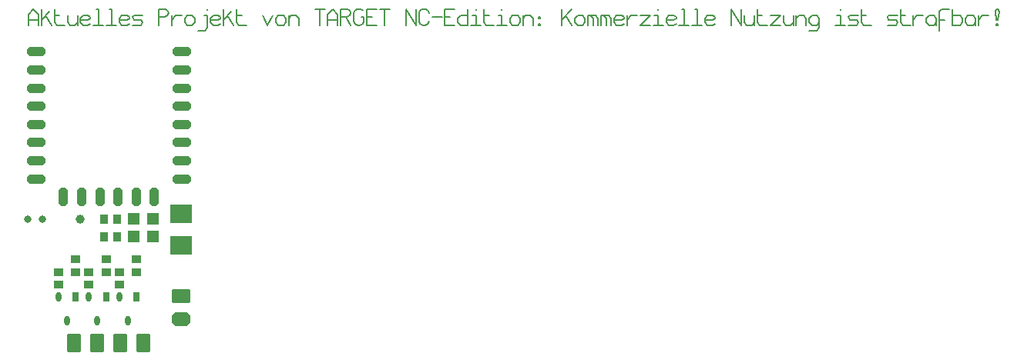
<source format=gts>
%FSLAX35Y35*%
%MOIN*%
%TF.FileFunction,Soldermask,Top*%
%ADD10C,0.00591*%
%ADD11C,0.00214*%
%ADD12C,0.00384*%
%ADD13C,0.00409*%
%ADD14C,0.00512*%
%ADD15C,0.00650*%
%ADD16C,0.00768*%
%ADD17C,0.01181*%
%ADD18C,0.01575*%
%ADD19C,0.01969*%
%ADD20C,0.02362*%
%ADD21C,0.03150*%
%ADD22C,0.03937*%
%AMR_23*21,1,0.03200,0.03800,0,0,90.000*%
%ADD23R_23*%
%AMR_24*21,1,0.03200,0.03800,0,0,180.000*%
%ADD24R_24*%
%AMR_25*21,1,0.04409,0.06299,0,0,90.000*%
%ADD25R_25*%
%AMR_26*21,1,0.05000,0.05000,0,0,180.000*%
%ADD26R_26*%
%AMR_27*21,1,0.07874,0.09449,0,0,90.000*%
%ADD27R_27*%
%AMR_28*21,1,0.19685,0.19685,0,0,0.000*%
%ADD28R_28*%
%AMOCT_29*4,1,8,0.031496,0.023622,0.015748,0.039370,-0.015748,0.039370,-0.031496,0.023622,-0.031496,-0.023622,-0.015748,-0.039370,0.015748,-0.039370,0.031496,-0.023622,0.031496,0.023622,270.000*%
%ADD29OCT_29*%
%AMOCT_30*4,1,8,0.039370,0.009843,0.029528,0.019685,-0.029528,0.019685,-0.039370,0.009843,-0.039370,-0.009843,-0.029528,-0.019685,0.029528,-0.019685,0.039370,-0.009843,0.039370,0.009843,0.000*%
%ADD30OCT_30*%
%AMOCT_31*4,1,8,0.039370,0.009843,0.029528,0.019685,-0.029528,0.019685,-0.039370,0.009843,-0.039370,-0.009843,-0.029528,-0.019685,0.029528,-0.019685,0.039370,-0.009843,0.039370,0.009843,90.000*%
%ADD31OCT_31*%
%ADD32O,0.02559X0.04173*%
%AMRR_33*21,1,0.02559,0.03661,0,0,180.000*21,1,0.02047,0.04173,0,0,180.000*1,1,0.00512,-0.01024,-0.01831*1,1,0.00512,0.01024,0.01831*1,1,0.00512,-0.01024,0.01831*1,1,0.00512,0.01024,-0.01831*%
%ADD33RR_33*%
%AMRR_34*21,1,0.06299,0.06929,0,0,180.000*21,1,0.05354,0.07874,0,0,180.000*1,1,0.00945,-0.02677,-0.03465*1,1,0.00945,0.02677,0.03465*1,1,0.00945,-0.02677,0.03465*1,1,0.00945,0.02677,-0.03465*%
%ADD34RR_34*%
%AMRR_35*21,1,0.06299,0.06614,0,0,270.000*21,1,0.05039,0.07874,0,0,270.000*1,1,0.01260,0.03307,-0.02520*1,1,0.01260,-0.03307,0.02520*1,1,0.01260,-0.03307,-0.02520*1,1,0.01260,0.03307,0.02520*%
%ADD35RR_35*%
%AMRR_36*21,1,0.23622,0.06457,0,0,90.000*21,1,0.22205,0.07874,0,0,90.000*1,1,0.01417,-0.03228,0.11102*1,1,0.01417,0.03228,-0.11102*1,1,0.01417,0.03228,0.11102*1,1,0.01417,-0.03228,-0.11102*%
%ADD36RR_36*%
G54D15*
X3937Y144749D02*
X3937Y149473D01*
X3937Y147111D02*
X8267Y147111D01*
X8267Y149473D02*
X8267Y144749D01*
X3937Y149473D02*
X6102Y151835D01*
X8267Y149473D01*
X9566Y151835D02*
X9566Y144749D01*
X9566Y147111D02*
X12814Y150654D01*
X11190Y148882D02*
X13897Y144749D01*
X15196Y151835D02*
X15196Y145930D01*
X16279Y144749D01*
X19527Y144749D01*
X15196Y148882D02*
X17362Y148882D01*
X20826Y148882D02*
X20826Y145930D01*
X21909Y144749D01*
X24074Y144749D01*
X25157Y145930D01*
X25157Y148882D02*
X25157Y144749D01*
X30787Y145339D02*
X29704Y144749D01*
X27539Y144749D01*
X26456Y145930D01*
X26456Y147701D01*
X27539Y148882D01*
X29704Y148882D01*
X30787Y148292D01*
X30787Y147701D01*
X29704Y147111D01*
X26456Y147111D01*
X32086Y144749D02*
X36417Y144749D01*
X33169Y151835D02*
X34251Y151835D01*
X34251Y144749D01*
X37716Y144749D02*
X42047Y144749D01*
X38799Y151835D02*
X39881Y151835D01*
X39881Y144749D01*
X47677Y145339D02*
X46594Y144749D01*
X44429Y144749D01*
X43346Y145930D01*
X43346Y147701D01*
X44429Y148882D01*
X46594Y148882D01*
X47677Y148292D01*
X47677Y147701D01*
X46594Y147111D01*
X43346Y147111D01*
X48976Y144749D02*
X52765Y144749D01*
X53307Y145930D01*
X52765Y147111D01*
X49517Y147111D01*
X48976Y148292D01*
X49517Y148882D01*
X53307Y148882D01*
X60236Y151835D02*
X60236Y144749D01*
X60236Y148292D02*
X62942Y148292D01*
X64025Y148882D01*
X64566Y150063D01*
X64025Y151245D01*
X62942Y151835D01*
X60236Y151835D01*
X65866Y148882D02*
X65866Y144749D01*
X65866Y147111D02*
X67490Y148882D01*
X70196Y148882D01*
X71496Y147701D02*
X71496Y145930D01*
X71496Y147701D02*
X72578Y148882D01*
X74744Y148882D01*
X75826Y147701D01*
X75826Y145930D01*
X74744Y144749D01*
X72578Y144749D01*
X71496Y145930D01*
X77125Y142386D02*
X80374Y142386D01*
X81456Y143567D01*
X81456Y148882D01*
X79832Y148882D01*
X81456Y151835D02*
X81456Y151245D01*
X87086Y145339D02*
X86003Y144749D01*
X83838Y144749D01*
X82755Y145930D01*
X82755Y147701D01*
X83838Y148882D01*
X86003Y148882D01*
X87086Y148292D01*
X87086Y147701D01*
X86003Y147111D01*
X82755Y147111D01*
X88385Y151835D02*
X88385Y144749D01*
X88385Y147111D02*
X91633Y150654D01*
X90009Y148882D02*
X92716Y144749D01*
X94015Y151835D02*
X94015Y145930D01*
X95098Y144749D01*
X98346Y144749D01*
X94015Y148882D02*
X96181Y148882D01*
X105275Y148882D02*
X107440Y144749D01*
X109606Y148882D01*
X110905Y147701D02*
X110905Y145930D01*
X110905Y147701D02*
X111988Y148882D01*
X114153Y148882D01*
X115236Y147701D01*
X115236Y145930D01*
X114153Y144749D01*
X111988Y144749D01*
X110905Y145930D01*
X116535Y144749D02*
X116535Y148882D01*
X116535Y147701D02*
X117618Y148882D01*
X119783Y148882D01*
X120866Y147701D01*
X120866Y144749D01*
X127795Y151835D02*
X132125Y151835D01*
X129960Y151835D02*
X129960Y144749D01*
X133425Y144749D02*
X133425Y149473D01*
X133425Y147111D02*
X137755Y147111D01*
X137755Y149473D02*
X137755Y144749D01*
X133425Y149473D02*
X135590Y151835D01*
X137755Y149473D01*
X139055Y151835D02*
X139055Y144749D01*
X139055Y148292D02*
X141761Y148292D01*
X142844Y148882D01*
X143385Y150063D01*
X142844Y151245D01*
X141761Y151835D01*
X139055Y151835D01*
X141220Y148292D02*
X143385Y144749D01*
X146309Y151835D02*
X145226Y151245D01*
X144685Y150063D01*
X144685Y146520D01*
X145226Y145339D01*
X146309Y144749D01*
X147391Y144749D01*
X148474Y145339D01*
X149015Y146520D01*
X149015Y148292D01*
X147933Y148292D01*
X146309Y151835D02*
X147391Y151835D01*
X148474Y151245D01*
X150314Y151835D02*
X150314Y144749D01*
X154645Y144749D01*
X150314Y148292D02*
X152480Y148292D01*
X150314Y151835D02*
X154645Y151835D01*
X155944Y151835D02*
X160275Y151835D01*
X158110Y151835D02*
X158110Y144749D01*
X167204Y144749D02*
X167204Y151835D01*
X171535Y144749D01*
X171535Y151835D01*
X175541Y144749D02*
X176624Y145339D01*
X177165Y146520D01*
X175541Y144749D02*
X174458Y144749D01*
X173375Y145339D01*
X172834Y146520D01*
X172834Y150063D01*
X173375Y151245D01*
X174458Y151835D01*
X175541Y151835D01*
X176624Y151245D01*
X177165Y150063D01*
X178464Y148292D02*
X182795Y148292D01*
X184094Y151835D02*
X184094Y144749D01*
X188425Y144749D01*
X184094Y148292D02*
X186259Y148292D01*
X184094Y151835D02*
X188425Y151835D01*
X194055Y151835D02*
X194055Y144749D01*
X190807Y144749D01*
X189724Y145930D01*
X189724Y147701D01*
X190807Y148882D01*
X194055Y148882D01*
X195354Y144749D02*
X199685Y144749D01*
X197519Y144749D02*
X197519Y148882D01*
X197519Y151835D02*
X197519Y151245D01*
X195895Y148882D02*
X197519Y148882D01*
X200984Y151835D02*
X200984Y145930D01*
X202066Y144749D01*
X205314Y144749D01*
X200984Y148882D02*
X203149Y148882D01*
X206614Y144749D02*
X210944Y144749D01*
X208779Y144749D02*
X208779Y148882D01*
X208779Y151835D02*
X208779Y151245D01*
X207155Y148882D02*
X208779Y148882D01*
X212244Y147701D02*
X212244Y145930D01*
X212244Y147701D02*
X213326Y148882D01*
X215492Y148882D01*
X216574Y147701D01*
X216574Y145930D01*
X215492Y144749D01*
X213326Y144749D01*
X212244Y145930D01*
X217874Y144749D02*
X217874Y148882D01*
X217874Y147701D02*
X218956Y148882D01*
X221122Y148882D01*
X222204Y147701D01*
X222204Y144749D01*
X224586Y145339D02*
X224586Y144749D01*
X225127Y144749D01*
X225127Y145339D01*
X224586Y145339D01*
X225127Y148292D02*
X224586Y148292D01*
X224586Y147701D01*
X225127Y147701D01*
X225127Y148292D01*
X234763Y151835D02*
X234763Y144749D01*
X234763Y147111D02*
X239094Y151835D01*
X236387Y148882D02*
X239094Y144749D01*
X240393Y147701D02*
X240393Y145930D01*
X240393Y147701D02*
X241476Y148882D01*
X243641Y148882D01*
X244724Y147701D01*
X244724Y145930D01*
X243641Y144749D01*
X241476Y144749D01*
X240393Y145930D01*
X250354Y144749D02*
X250354Y147701D01*
X249271Y148882D01*
X248188Y144749D02*
X248188Y147701D01*
X246023Y148882D02*
X249271Y148882D01*
X246023Y144749D02*
X246023Y148882D01*
X248188Y147701D02*
X247106Y148882D01*
X255984Y144749D02*
X255984Y147701D01*
X254901Y148882D01*
X253818Y144749D02*
X253818Y147701D01*
X251653Y148882D02*
X254901Y148882D01*
X251653Y144749D02*
X251653Y148882D01*
X253818Y147701D02*
X252736Y148882D01*
X261614Y145339D02*
X260531Y144749D01*
X258366Y144749D01*
X257283Y145930D01*
X257283Y147701D01*
X258366Y148882D01*
X260531Y148882D01*
X261614Y148292D01*
X261614Y147701D01*
X260531Y147111D01*
X257283Y147111D01*
X262913Y148882D02*
X262913Y144749D01*
X262913Y147111D02*
X264537Y148882D01*
X267244Y148882D01*
X268543Y148882D02*
X272874Y148882D01*
X268543Y144749D01*
X272874Y144749D01*
X274173Y144749D02*
X278503Y144749D01*
X276338Y144749D02*
X276338Y148882D01*
X276338Y151835D02*
X276338Y151245D01*
X274714Y148882D02*
X276338Y148882D01*
X284133Y145339D02*
X283051Y144749D01*
X280885Y144749D01*
X279803Y145930D01*
X279803Y147701D01*
X280885Y148882D01*
X283051Y148882D01*
X284133Y148292D01*
X284133Y147701D01*
X283051Y147111D01*
X279803Y147111D01*
X285433Y144749D02*
X289763Y144749D01*
X286515Y151835D02*
X287598Y151835D01*
X287598Y144749D01*
X291062Y144749D02*
X295393Y144749D01*
X292145Y151835D02*
X293228Y151835D01*
X293228Y144749D01*
X301023Y145339D02*
X299940Y144749D01*
X297775Y144749D01*
X296692Y145930D01*
X296692Y147701D01*
X297775Y148882D01*
X299940Y148882D01*
X301023Y148292D01*
X301023Y147701D01*
X299940Y147111D01*
X296692Y147111D01*
X307952Y144749D02*
X307952Y151835D01*
X312283Y144749D01*
X312283Y151835D01*
X313582Y148882D02*
X313582Y145930D01*
X314665Y144749D01*
X316830Y144749D01*
X317913Y145930D01*
X317913Y148882D02*
X317913Y144749D01*
X319212Y151835D02*
X319212Y145930D01*
X320295Y144749D01*
X323543Y144749D01*
X319212Y148882D02*
X321377Y148882D01*
X324842Y148882D02*
X329173Y148882D01*
X324842Y144749D01*
X329173Y144749D01*
X330472Y148882D02*
X330472Y145930D01*
X331555Y144749D01*
X333720Y144749D01*
X334803Y145930D01*
X334803Y148882D02*
X334803Y144749D01*
X336102Y144749D02*
X336102Y148882D01*
X336102Y147701D02*
X337185Y148882D01*
X339350Y148882D01*
X340433Y147701D01*
X340433Y144749D01*
X346062Y145930D02*
X344980Y144749D01*
X342814Y144749D01*
X341732Y145930D01*
X341732Y147701D01*
X342814Y148882D01*
X344980Y148882D01*
X346062Y147701D01*
X346062Y143567D01*
X344980Y142386D01*
X341732Y142386D01*
X352992Y144749D02*
X357322Y144749D01*
X355157Y144749D02*
X355157Y148882D01*
X355157Y151835D02*
X355157Y151245D01*
X353533Y148882D02*
X355157Y148882D01*
X358622Y144749D02*
X362411Y144749D01*
X362952Y145930D01*
X362411Y147111D01*
X359163Y147111D01*
X358622Y148292D01*
X359163Y148882D01*
X362952Y148882D01*
X364251Y151835D02*
X364251Y145930D01*
X365334Y144749D01*
X368582Y144749D01*
X364251Y148882D02*
X366417Y148882D01*
X375511Y144749D02*
X379301Y144749D01*
X379842Y145930D01*
X379301Y147111D01*
X376053Y147111D01*
X375511Y148292D01*
X376053Y148882D01*
X379842Y148882D01*
X381141Y151835D02*
X381141Y145930D01*
X382224Y144749D01*
X385472Y144749D01*
X381141Y148882D02*
X383307Y148882D01*
X386771Y148882D02*
X386771Y144749D01*
X386771Y147111D02*
X388395Y148882D01*
X391102Y148882D01*
X392401Y145930D02*
X393484Y144749D01*
X395649Y144749D01*
X396732Y145930D01*
X392401Y145930D02*
X392401Y147701D01*
X393484Y148882D01*
X395649Y148882D01*
X396732Y147701D01*
X396732Y144749D01*
X398031Y142386D02*
X398031Y150654D01*
X399114Y151835D01*
X402362Y151835D01*
X398031Y147111D02*
X400196Y147111D01*
X403661Y151835D02*
X403661Y144749D01*
X406909Y144749D01*
X407992Y145930D01*
X407992Y147701D01*
X406909Y148882D01*
X403661Y148882D01*
X409291Y145930D02*
X410374Y144749D01*
X412539Y144749D01*
X413622Y145930D01*
X409291Y145930D02*
X409291Y147701D01*
X410374Y148882D01*
X412539Y148882D01*
X413622Y147701D01*
X413622Y144749D01*
X414921Y148882D02*
X414921Y144749D01*
X414921Y147111D02*
X416545Y148882D01*
X419251Y148882D01*
X422716Y144749D02*
X422716Y145339D01*
X423257Y145339D01*
X423257Y144749D01*
X422716Y144749D01*
X422716Y147111D02*
X423257Y147111D01*
X423799Y150654D01*
X423257Y151835D01*
X422716Y151835D01*
X422175Y150654D01*
X422716Y147111D01*
G54D21*
X10000Y60625D03*
X3750Y60625D03*
G54D22*
X26250Y60625D03*
G54D23*
X50625Y37825D03*
X50625Y43425D03*
X43125Y32200D03*
X43125Y37800D03*
X37500Y37825D03*
X37500Y43425D03*
X30000Y32200D03*
X30000Y37800D03*
X24375Y37825D03*
X24375Y43425D03*
X16875Y32200D03*
X16875Y37800D03*
G54D24*
X42175Y53125D03*
X36575Y53125D03*
X42175Y60625D03*
X36575Y60625D03*
G54D26*
X49550Y53125D03*
X57950Y53125D03*
X49550Y60625D03*
X57950Y60625D03*
G54D27*
X70000Y63139D03*
X70000Y49360D03*
G54D29*
X70000Y17500D03*
G54D30*
X7253Y133248D03*
X7253Y125374D03*
X7253Y117500D03*
X7253Y109625D03*
X7253Y101751D03*
X7253Y93877D03*
X7253Y86003D03*
X7253Y78129D03*
X70246Y78129D03*
X70246Y86003D03*
X70246Y93877D03*
X70246Y101751D03*
X70246Y109625D03*
X70246Y117500D03*
X70246Y125374D03*
X70246Y133248D03*
G54D31*
X19064Y70255D03*
X26938Y70255D03*
X34812Y70255D03*
X42687Y70255D03*
X50561Y70255D03*
X58435Y70255D03*
G54D32*
X43134Y26993D03*
X46875Y16756D03*
X30009Y26993D03*
X33750Y16756D03*
X16884Y26993D03*
X20625Y16756D03*
G54D33*
X50615Y26993D03*
X37490Y26993D03*
X24365Y26993D03*
G54D34*
X53750Y6875D03*
X43750Y6875D03*
X33750Y6875D03*
X23750Y6875D03*
G54D35*
X70000Y27500D03*
M02*

</source>
